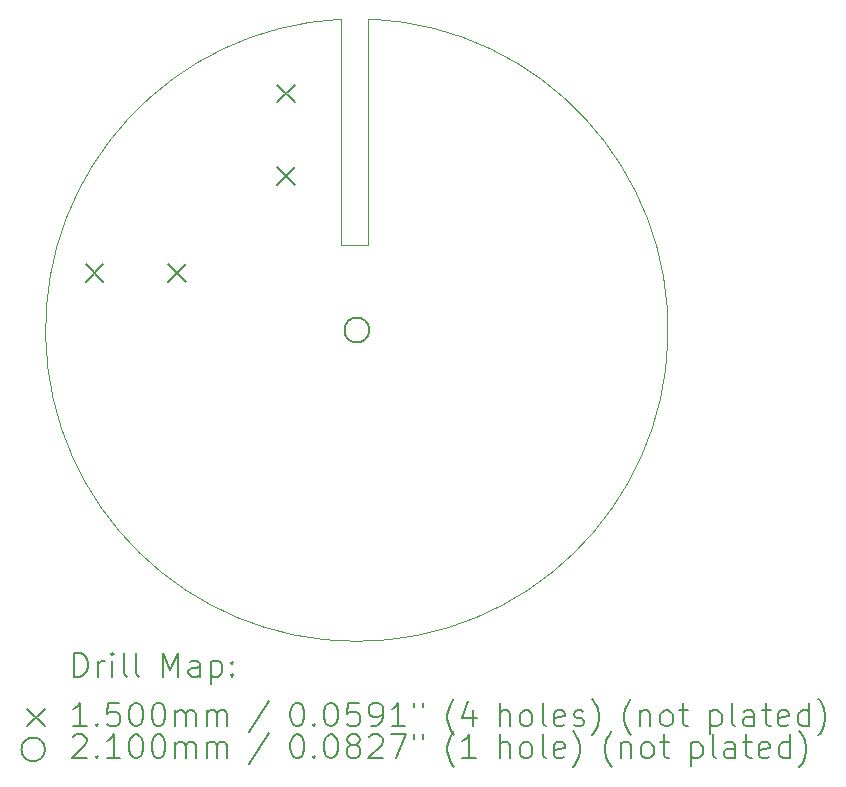
<source format=gbr>
%TF.GenerationSoftware,KiCad,Pcbnew,(7.0.0)*%
%TF.CreationDate,2023-03-27T21:22:01+02:00*%
%TF.ProjectId,220AC-mini-C3-board,32323041-432d-46d6-996e-692d43332d62,rev?*%
%TF.SameCoordinates,Original*%
%TF.FileFunction,Drillmap*%
%TF.FilePolarity,Positive*%
%FSLAX45Y45*%
G04 Gerber Fmt 4.5, Leading zero omitted, Abs format (unit mm)*
G04 Created by KiCad (PCBNEW (7.0.0)) date 2023-03-27 21:22:01*
%MOMM*%
%LPD*%
G01*
G04 APERTURE LIST*
%ADD10C,0.100000*%
%ADD11C,0.200000*%
%ADD12C,0.150000*%
%ADD13C,0.210000*%
G04 APERTURE END LIST*
D10*
X13523000Y-7818120D02*
X13523000Y-5902000D01*
X13523000Y-5902000D02*
G75*
G03*
X13788918Y-5902206I130918J-2632206D01*
G01*
X13750000Y-5902206D02*
X13750000Y-7818120D01*
X13750000Y-7818120D02*
X13523000Y-7818120D01*
X13788918Y-5902206D02*
X13750000Y-5902206D01*
D11*
D12*
X11357500Y-7975000D02*
X11507500Y-8125000D01*
X11507500Y-7975000D02*
X11357500Y-8125000D01*
X12057500Y-7975000D02*
X12207500Y-8125000D01*
X12207500Y-7975000D02*
X12057500Y-8125000D01*
X12979511Y-6457479D02*
X13129511Y-6607479D01*
X13129511Y-6457479D02*
X12979511Y-6607479D01*
X12979511Y-7157479D02*
X13129511Y-7307479D01*
X13129511Y-7157479D02*
X12979511Y-7307479D01*
D13*
X13758920Y-8534210D02*
G75*
G03*
X13758920Y-8534210I-105000J0D01*
G01*
D11*
X11261077Y-11468142D02*
X11261077Y-11268142D01*
X11261077Y-11268142D02*
X11308696Y-11268142D01*
X11308696Y-11268142D02*
X11337268Y-11277666D01*
X11337268Y-11277666D02*
X11356315Y-11296714D01*
X11356315Y-11296714D02*
X11365839Y-11315761D01*
X11365839Y-11315761D02*
X11375363Y-11353856D01*
X11375363Y-11353856D02*
X11375363Y-11382428D01*
X11375363Y-11382428D02*
X11365839Y-11420523D01*
X11365839Y-11420523D02*
X11356315Y-11439571D01*
X11356315Y-11439571D02*
X11337268Y-11458618D01*
X11337268Y-11458618D02*
X11308696Y-11468142D01*
X11308696Y-11468142D02*
X11261077Y-11468142D01*
X11461077Y-11468142D02*
X11461077Y-11334809D01*
X11461077Y-11372904D02*
X11470601Y-11353856D01*
X11470601Y-11353856D02*
X11480125Y-11344333D01*
X11480125Y-11344333D02*
X11499172Y-11334809D01*
X11499172Y-11334809D02*
X11518220Y-11334809D01*
X11584887Y-11468142D02*
X11584887Y-11334809D01*
X11584887Y-11268142D02*
X11575363Y-11277666D01*
X11575363Y-11277666D02*
X11584887Y-11287190D01*
X11584887Y-11287190D02*
X11594410Y-11277666D01*
X11594410Y-11277666D02*
X11584887Y-11268142D01*
X11584887Y-11268142D02*
X11584887Y-11287190D01*
X11708696Y-11468142D02*
X11689648Y-11458618D01*
X11689648Y-11458618D02*
X11680125Y-11439571D01*
X11680125Y-11439571D02*
X11680125Y-11268142D01*
X11813458Y-11468142D02*
X11794410Y-11458618D01*
X11794410Y-11458618D02*
X11784887Y-11439571D01*
X11784887Y-11439571D02*
X11784887Y-11268142D01*
X12009648Y-11468142D02*
X12009648Y-11268142D01*
X12009648Y-11268142D02*
X12076315Y-11410999D01*
X12076315Y-11410999D02*
X12142982Y-11268142D01*
X12142982Y-11268142D02*
X12142982Y-11468142D01*
X12323934Y-11468142D02*
X12323934Y-11363380D01*
X12323934Y-11363380D02*
X12314410Y-11344333D01*
X12314410Y-11344333D02*
X12295363Y-11334809D01*
X12295363Y-11334809D02*
X12257267Y-11334809D01*
X12257267Y-11334809D02*
X12238220Y-11344333D01*
X12323934Y-11458618D02*
X12304887Y-11468142D01*
X12304887Y-11468142D02*
X12257267Y-11468142D01*
X12257267Y-11468142D02*
X12238220Y-11458618D01*
X12238220Y-11458618D02*
X12228696Y-11439571D01*
X12228696Y-11439571D02*
X12228696Y-11420523D01*
X12228696Y-11420523D02*
X12238220Y-11401476D01*
X12238220Y-11401476D02*
X12257267Y-11391952D01*
X12257267Y-11391952D02*
X12304887Y-11391952D01*
X12304887Y-11391952D02*
X12323934Y-11382428D01*
X12419172Y-11334809D02*
X12419172Y-11534809D01*
X12419172Y-11344333D02*
X12438220Y-11334809D01*
X12438220Y-11334809D02*
X12476315Y-11334809D01*
X12476315Y-11334809D02*
X12495363Y-11344333D01*
X12495363Y-11344333D02*
X12504887Y-11353856D01*
X12504887Y-11353856D02*
X12514410Y-11372904D01*
X12514410Y-11372904D02*
X12514410Y-11430047D01*
X12514410Y-11430047D02*
X12504887Y-11449095D01*
X12504887Y-11449095D02*
X12495363Y-11458618D01*
X12495363Y-11458618D02*
X12476315Y-11468142D01*
X12476315Y-11468142D02*
X12438220Y-11468142D01*
X12438220Y-11468142D02*
X12419172Y-11458618D01*
X12600125Y-11449095D02*
X12609648Y-11458618D01*
X12609648Y-11458618D02*
X12600125Y-11468142D01*
X12600125Y-11468142D02*
X12590601Y-11458618D01*
X12590601Y-11458618D02*
X12600125Y-11449095D01*
X12600125Y-11449095D02*
X12600125Y-11468142D01*
X12600125Y-11344333D02*
X12609648Y-11353856D01*
X12609648Y-11353856D02*
X12600125Y-11363380D01*
X12600125Y-11363380D02*
X12590601Y-11353856D01*
X12590601Y-11353856D02*
X12600125Y-11344333D01*
X12600125Y-11344333D02*
X12600125Y-11363380D01*
D12*
X10863458Y-11739666D02*
X11013458Y-11889666D01*
X11013458Y-11739666D02*
X10863458Y-11889666D01*
D11*
X11365839Y-11888142D02*
X11251553Y-11888142D01*
X11308696Y-11888142D02*
X11308696Y-11688142D01*
X11308696Y-11688142D02*
X11289648Y-11716714D01*
X11289648Y-11716714D02*
X11270601Y-11735761D01*
X11270601Y-11735761D02*
X11251553Y-11745285D01*
X11451553Y-11869095D02*
X11461077Y-11878618D01*
X11461077Y-11878618D02*
X11451553Y-11888142D01*
X11451553Y-11888142D02*
X11442029Y-11878618D01*
X11442029Y-11878618D02*
X11451553Y-11869095D01*
X11451553Y-11869095D02*
X11451553Y-11888142D01*
X11642029Y-11688142D02*
X11546791Y-11688142D01*
X11546791Y-11688142D02*
X11537268Y-11783380D01*
X11537268Y-11783380D02*
X11546791Y-11773856D01*
X11546791Y-11773856D02*
X11565839Y-11764333D01*
X11565839Y-11764333D02*
X11613458Y-11764333D01*
X11613458Y-11764333D02*
X11632506Y-11773856D01*
X11632506Y-11773856D02*
X11642029Y-11783380D01*
X11642029Y-11783380D02*
X11651553Y-11802428D01*
X11651553Y-11802428D02*
X11651553Y-11850047D01*
X11651553Y-11850047D02*
X11642029Y-11869095D01*
X11642029Y-11869095D02*
X11632506Y-11878618D01*
X11632506Y-11878618D02*
X11613458Y-11888142D01*
X11613458Y-11888142D02*
X11565839Y-11888142D01*
X11565839Y-11888142D02*
X11546791Y-11878618D01*
X11546791Y-11878618D02*
X11537268Y-11869095D01*
X11775363Y-11688142D02*
X11794410Y-11688142D01*
X11794410Y-11688142D02*
X11813458Y-11697666D01*
X11813458Y-11697666D02*
X11822982Y-11707190D01*
X11822982Y-11707190D02*
X11832506Y-11726237D01*
X11832506Y-11726237D02*
X11842029Y-11764333D01*
X11842029Y-11764333D02*
X11842029Y-11811952D01*
X11842029Y-11811952D02*
X11832506Y-11850047D01*
X11832506Y-11850047D02*
X11822982Y-11869095D01*
X11822982Y-11869095D02*
X11813458Y-11878618D01*
X11813458Y-11878618D02*
X11794410Y-11888142D01*
X11794410Y-11888142D02*
X11775363Y-11888142D01*
X11775363Y-11888142D02*
X11756315Y-11878618D01*
X11756315Y-11878618D02*
X11746791Y-11869095D01*
X11746791Y-11869095D02*
X11737268Y-11850047D01*
X11737268Y-11850047D02*
X11727744Y-11811952D01*
X11727744Y-11811952D02*
X11727744Y-11764333D01*
X11727744Y-11764333D02*
X11737268Y-11726237D01*
X11737268Y-11726237D02*
X11746791Y-11707190D01*
X11746791Y-11707190D02*
X11756315Y-11697666D01*
X11756315Y-11697666D02*
X11775363Y-11688142D01*
X11965839Y-11688142D02*
X11984887Y-11688142D01*
X11984887Y-11688142D02*
X12003934Y-11697666D01*
X12003934Y-11697666D02*
X12013458Y-11707190D01*
X12013458Y-11707190D02*
X12022982Y-11726237D01*
X12022982Y-11726237D02*
X12032506Y-11764333D01*
X12032506Y-11764333D02*
X12032506Y-11811952D01*
X12032506Y-11811952D02*
X12022982Y-11850047D01*
X12022982Y-11850047D02*
X12013458Y-11869095D01*
X12013458Y-11869095D02*
X12003934Y-11878618D01*
X12003934Y-11878618D02*
X11984887Y-11888142D01*
X11984887Y-11888142D02*
X11965839Y-11888142D01*
X11965839Y-11888142D02*
X11946791Y-11878618D01*
X11946791Y-11878618D02*
X11937268Y-11869095D01*
X11937268Y-11869095D02*
X11927744Y-11850047D01*
X11927744Y-11850047D02*
X11918220Y-11811952D01*
X11918220Y-11811952D02*
X11918220Y-11764333D01*
X11918220Y-11764333D02*
X11927744Y-11726237D01*
X11927744Y-11726237D02*
X11937268Y-11707190D01*
X11937268Y-11707190D02*
X11946791Y-11697666D01*
X11946791Y-11697666D02*
X11965839Y-11688142D01*
X12118220Y-11888142D02*
X12118220Y-11754809D01*
X12118220Y-11773856D02*
X12127744Y-11764333D01*
X12127744Y-11764333D02*
X12146791Y-11754809D01*
X12146791Y-11754809D02*
X12175363Y-11754809D01*
X12175363Y-11754809D02*
X12194410Y-11764333D01*
X12194410Y-11764333D02*
X12203934Y-11783380D01*
X12203934Y-11783380D02*
X12203934Y-11888142D01*
X12203934Y-11783380D02*
X12213458Y-11764333D01*
X12213458Y-11764333D02*
X12232506Y-11754809D01*
X12232506Y-11754809D02*
X12261077Y-11754809D01*
X12261077Y-11754809D02*
X12280125Y-11764333D01*
X12280125Y-11764333D02*
X12289649Y-11783380D01*
X12289649Y-11783380D02*
X12289649Y-11888142D01*
X12384887Y-11888142D02*
X12384887Y-11754809D01*
X12384887Y-11773856D02*
X12394410Y-11764333D01*
X12394410Y-11764333D02*
X12413458Y-11754809D01*
X12413458Y-11754809D02*
X12442030Y-11754809D01*
X12442030Y-11754809D02*
X12461077Y-11764333D01*
X12461077Y-11764333D02*
X12470601Y-11783380D01*
X12470601Y-11783380D02*
X12470601Y-11888142D01*
X12470601Y-11783380D02*
X12480125Y-11764333D01*
X12480125Y-11764333D02*
X12499172Y-11754809D01*
X12499172Y-11754809D02*
X12527744Y-11754809D01*
X12527744Y-11754809D02*
X12546791Y-11764333D01*
X12546791Y-11764333D02*
X12556315Y-11783380D01*
X12556315Y-11783380D02*
X12556315Y-11888142D01*
X12914410Y-11678618D02*
X12742982Y-11935761D01*
X13139172Y-11688142D02*
X13158220Y-11688142D01*
X13158220Y-11688142D02*
X13177268Y-11697666D01*
X13177268Y-11697666D02*
X13186791Y-11707190D01*
X13186791Y-11707190D02*
X13196315Y-11726237D01*
X13196315Y-11726237D02*
X13205839Y-11764333D01*
X13205839Y-11764333D02*
X13205839Y-11811952D01*
X13205839Y-11811952D02*
X13196315Y-11850047D01*
X13196315Y-11850047D02*
X13186791Y-11869095D01*
X13186791Y-11869095D02*
X13177268Y-11878618D01*
X13177268Y-11878618D02*
X13158220Y-11888142D01*
X13158220Y-11888142D02*
X13139172Y-11888142D01*
X13139172Y-11888142D02*
X13120125Y-11878618D01*
X13120125Y-11878618D02*
X13110601Y-11869095D01*
X13110601Y-11869095D02*
X13101077Y-11850047D01*
X13101077Y-11850047D02*
X13091553Y-11811952D01*
X13091553Y-11811952D02*
X13091553Y-11764333D01*
X13091553Y-11764333D02*
X13101077Y-11726237D01*
X13101077Y-11726237D02*
X13110601Y-11707190D01*
X13110601Y-11707190D02*
X13120125Y-11697666D01*
X13120125Y-11697666D02*
X13139172Y-11688142D01*
X13291553Y-11869095D02*
X13301077Y-11878618D01*
X13301077Y-11878618D02*
X13291553Y-11888142D01*
X13291553Y-11888142D02*
X13282030Y-11878618D01*
X13282030Y-11878618D02*
X13291553Y-11869095D01*
X13291553Y-11869095D02*
X13291553Y-11888142D01*
X13424887Y-11688142D02*
X13443934Y-11688142D01*
X13443934Y-11688142D02*
X13462982Y-11697666D01*
X13462982Y-11697666D02*
X13472506Y-11707190D01*
X13472506Y-11707190D02*
X13482030Y-11726237D01*
X13482030Y-11726237D02*
X13491553Y-11764333D01*
X13491553Y-11764333D02*
X13491553Y-11811952D01*
X13491553Y-11811952D02*
X13482030Y-11850047D01*
X13482030Y-11850047D02*
X13472506Y-11869095D01*
X13472506Y-11869095D02*
X13462982Y-11878618D01*
X13462982Y-11878618D02*
X13443934Y-11888142D01*
X13443934Y-11888142D02*
X13424887Y-11888142D01*
X13424887Y-11888142D02*
X13405839Y-11878618D01*
X13405839Y-11878618D02*
X13396315Y-11869095D01*
X13396315Y-11869095D02*
X13386791Y-11850047D01*
X13386791Y-11850047D02*
X13377268Y-11811952D01*
X13377268Y-11811952D02*
X13377268Y-11764333D01*
X13377268Y-11764333D02*
X13386791Y-11726237D01*
X13386791Y-11726237D02*
X13396315Y-11707190D01*
X13396315Y-11707190D02*
X13405839Y-11697666D01*
X13405839Y-11697666D02*
X13424887Y-11688142D01*
X13672506Y-11688142D02*
X13577268Y-11688142D01*
X13577268Y-11688142D02*
X13567744Y-11783380D01*
X13567744Y-11783380D02*
X13577268Y-11773856D01*
X13577268Y-11773856D02*
X13596315Y-11764333D01*
X13596315Y-11764333D02*
X13643934Y-11764333D01*
X13643934Y-11764333D02*
X13662982Y-11773856D01*
X13662982Y-11773856D02*
X13672506Y-11783380D01*
X13672506Y-11783380D02*
X13682030Y-11802428D01*
X13682030Y-11802428D02*
X13682030Y-11850047D01*
X13682030Y-11850047D02*
X13672506Y-11869095D01*
X13672506Y-11869095D02*
X13662982Y-11878618D01*
X13662982Y-11878618D02*
X13643934Y-11888142D01*
X13643934Y-11888142D02*
X13596315Y-11888142D01*
X13596315Y-11888142D02*
X13577268Y-11878618D01*
X13577268Y-11878618D02*
X13567744Y-11869095D01*
X13777268Y-11888142D02*
X13815363Y-11888142D01*
X13815363Y-11888142D02*
X13834411Y-11878618D01*
X13834411Y-11878618D02*
X13843934Y-11869095D01*
X13843934Y-11869095D02*
X13862982Y-11840523D01*
X13862982Y-11840523D02*
X13872506Y-11802428D01*
X13872506Y-11802428D02*
X13872506Y-11726237D01*
X13872506Y-11726237D02*
X13862982Y-11707190D01*
X13862982Y-11707190D02*
X13853458Y-11697666D01*
X13853458Y-11697666D02*
X13834411Y-11688142D01*
X13834411Y-11688142D02*
X13796315Y-11688142D01*
X13796315Y-11688142D02*
X13777268Y-11697666D01*
X13777268Y-11697666D02*
X13767744Y-11707190D01*
X13767744Y-11707190D02*
X13758220Y-11726237D01*
X13758220Y-11726237D02*
X13758220Y-11773856D01*
X13758220Y-11773856D02*
X13767744Y-11792904D01*
X13767744Y-11792904D02*
X13777268Y-11802428D01*
X13777268Y-11802428D02*
X13796315Y-11811952D01*
X13796315Y-11811952D02*
X13834411Y-11811952D01*
X13834411Y-11811952D02*
X13853458Y-11802428D01*
X13853458Y-11802428D02*
X13862982Y-11792904D01*
X13862982Y-11792904D02*
X13872506Y-11773856D01*
X14062982Y-11888142D02*
X13948696Y-11888142D01*
X14005839Y-11888142D02*
X14005839Y-11688142D01*
X14005839Y-11688142D02*
X13986791Y-11716714D01*
X13986791Y-11716714D02*
X13967744Y-11735761D01*
X13967744Y-11735761D02*
X13948696Y-11745285D01*
X14139172Y-11688142D02*
X14139172Y-11726237D01*
X14215363Y-11688142D02*
X14215363Y-11726237D01*
X14478220Y-11964333D02*
X14468696Y-11954809D01*
X14468696Y-11954809D02*
X14449649Y-11926237D01*
X14449649Y-11926237D02*
X14440125Y-11907190D01*
X14440125Y-11907190D02*
X14430601Y-11878618D01*
X14430601Y-11878618D02*
X14421077Y-11830999D01*
X14421077Y-11830999D02*
X14421077Y-11792904D01*
X14421077Y-11792904D02*
X14430601Y-11745285D01*
X14430601Y-11745285D02*
X14440125Y-11716714D01*
X14440125Y-11716714D02*
X14449649Y-11697666D01*
X14449649Y-11697666D02*
X14468696Y-11669095D01*
X14468696Y-11669095D02*
X14478220Y-11659571D01*
X14640125Y-11754809D02*
X14640125Y-11888142D01*
X14592506Y-11678618D02*
X14544887Y-11821476D01*
X14544887Y-11821476D02*
X14668696Y-11821476D01*
X14864887Y-11888142D02*
X14864887Y-11688142D01*
X14950601Y-11888142D02*
X14950601Y-11783380D01*
X14950601Y-11783380D02*
X14941077Y-11764333D01*
X14941077Y-11764333D02*
X14922030Y-11754809D01*
X14922030Y-11754809D02*
X14893458Y-11754809D01*
X14893458Y-11754809D02*
X14874411Y-11764333D01*
X14874411Y-11764333D02*
X14864887Y-11773856D01*
X15074411Y-11888142D02*
X15055363Y-11878618D01*
X15055363Y-11878618D02*
X15045839Y-11869095D01*
X15045839Y-11869095D02*
X15036315Y-11850047D01*
X15036315Y-11850047D02*
X15036315Y-11792904D01*
X15036315Y-11792904D02*
X15045839Y-11773856D01*
X15045839Y-11773856D02*
X15055363Y-11764333D01*
X15055363Y-11764333D02*
X15074411Y-11754809D01*
X15074411Y-11754809D02*
X15102982Y-11754809D01*
X15102982Y-11754809D02*
X15122030Y-11764333D01*
X15122030Y-11764333D02*
X15131553Y-11773856D01*
X15131553Y-11773856D02*
X15141077Y-11792904D01*
X15141077Y-11792904D02*
X15141077Y-11850047D01*
X15141077Y-11850047D02*
X15131553Y-11869095D01*
X15131553Y-11869095D02*
X15122030Y-11878618D01*
X15122030Y-11878618D02*
X15102982Y-11888142D01*
X15102982Y-11888142D02*
X15074411Y-11888142D01*
X15255363Y-11888142D02*
X15236315Y-11878618D01*
X15236315Y-11878618D02*
X15226792Y-11859571D01*
X15226792Y-11859571D02*
X15226792Y-11688142D01*
X15407744Y-11878618D02*
X15388696Y-11888142D01*
X15388696Y-11888142D02*
X15350601Y-11888142D01*
X15350601Y-11888142D02*
X15331553Y-11878618D01*
X15331553Y-11878618D02*
X15322030Y-11859571D01*
X15322030Y-11859571D02*
X15322030Y-11783380D01*
X15322030Y-11783380D02*
X15331553Y-11764333D01*
X15331553Y-11764333D02*
X15350601Y-11754809D01*
X15350601Y-11754809D02*
X15388696Y-11754809D01*
X15388696Y-11754809D02*
X15407744Y-11764333D01*
X15407744Y-11764333D02*
X15417268Y-11783380D01*
X15417268Y-11783380D02*
X15417268Y-11802428D01*
X15417268Y-11802428D02*
X15322030Y-11821476D01*
X15493458Y-11878618D02*
X15512506Y-11888142D01*
X15512506Y-11888142D02*
X15550601Y-11888142D01*
X15550601Y-11888142D02*
X15569649Y-11878618D01*
X15569649Y-11878618D02*
X15579173Y-11859571D01*
X15579173Y-11859571D02*
X15579173Y-11850047D01*
X15579173Y-11850047D02*
X15569649Y-11830999D01*
X15569649Y-11830999D02*
X15550601Y-11821476D01*
X15550601Y-11821476D02*
X15522030Y-11821476D01*
X15522030Y-11821476D02*
X15502982Y-11811952D01*
X15502982Y-11811952D02*
X15493458Y-11792904D01*
X15493458Y-11792904D02*
X15493458Y-11783380D01*
X15493458Y-11783380D02*
X15502982Y-11764333D01*
X15502982Y-11764333D02*
X15522030Y-11754809D01*
X15522030Y-11754809D02*
X15550601Y-11754809D01*
X15550601Y-11754809D02*
X15569649Y-11764333D01*
X15645839Y-11964333D02*
X15655363Y-11954809D01*
X15655363Y-11954809D02*
X15674411Y-11926237D01*
X15674411Y-11926237D02*
X15683934Y-11907190D01*
X15683934Y-11907190D02*
X15693458Y-11878618D01*
X15693458Y-11878618D02*
X15702982Y-11830999D01*
X15702982Y-11830999D02*
X15702982Y-11792904D01*
X15702982Y-11792904D02*
X15693458Y-11745285D01*
X15693458Y-11745285D02*
X15683934Y-11716714D01*
X15683934Y-11716714D02*
X15674411Y-11697666D01*
X15674411Y-11697666D02*
X15655363Y-11669095D01*
X15655363Y-11669095D02*
X15645839Y-11659571D01*
X15975363Y-11964333D02*
X15965839Y-11954809D01*
X15965839Y-11954809D02*
X15946792Y-11926237D01*
X15946792Y-11926237D02*
X15937268Y-11907190D01*
X15937268Y-11907190D02*
X15927744Y-11878618D01*
X15927744Y-11878618D02*
X15918220Y-11830999D01*
X15918220Y-11830999D02*
X15918220Y-11792904D01*
X15918220Y-11792904D02*
X15927744Y-11745285D01*
X15927744Y-11745285D02*
X15937268Y-11716714D01*
X15937268Y-11716714D02*
X15946792Y-11697666D01*
X15946792Y-11697666D02*
X15965839Y-11669095D01*
X15965839Y-11669095D02*
X15975363Y-11659571D01*
X16051553Y-11754809D02*
X16051553Y-11888142D01*
X16051553Y-11773856D02*
X16061077Y-11764333D01*
X16061077Y-11764333D02*
X16080125Y-11754809D01*
X16080125Y-11754809D02*
X16108696Y-11754809D01*
X16108696Y-11754809D02*
X16127744Y-11764333D01*
X16127744Y-11764333D02*
X16137268Y-11783380D01*
X16137268Y-11783380D02*
X16137268Y-11888142D01*
X16261077Y-11888142D02*
X16242030Y-11878618D01*
X16242030Y-11878618D02*
X16232506Y-11869095D01*
X16232506Y-11869095D02*
X16222982Y-11850047D01*
X16222982Y-11850047D02*
X16222982Y-11792904D01*
X16222982Y-11792904D02*
X16232506Y-11773856D01*
X16232506Y-11773856D02*
X16242030Y-11764333D01*
X16242030Y-11764333D02*
X16261077Y-11754809D01*
X16261077Y-11754809D02*
X16289649Y-11754809D01*
X16289649Y-11754809D02*
X16308696Y-11764333D01*
X16308696Y-11764333D02*
X16318220Y-11773856D01*
X16318220Y-11773856D02*
X16327744Y-11792904D01*
X16327744Y-11792904D02*
X16327744Y-11850047D01*
X16327744Y-11850047D02*
X16318220Y-11869095D01*
X16318220Y-11869095D02*
X16308696Y-11878618D01*
X16308696Y-11878618D02*
X16289649Y-11888142D01*
X16289649Y-11888142D02*
X16261077Y-11888142D01*
X16384887Y-11754809D02*
X16461077Y-11754809D01*
X16413458Y-11688142D02*
X16413458Y-11859571D01*
X16413458Y-11859571D02*
X16422982Y-11878618D01*
X16422982Y-11878618D02*
X16442030Y-11888142D01*
X16442030Y-11888142D02*
X16461077Y-11888142D01*
X16647744Y-11754809D02*
X16647744Y-11954809D01*
X16647744Y-11764333D02*
X16666792Y-11754809D01*
X16666792Y-11754809D02*
X16704887Y-11754809D01*
X16704887Y-11754809D02*
X16723934Y-11764333D01*
X16723934Y-11764333D02*
X16733458Y-11773856D01*
X16733458Y-11773856D02*
X16742982Y-11792904D01*
X16742982Y-11792904D02*
X16742982Y-11850047D01*
X16742982Y-11850047D02*
X16733458Y-11869095D01*
X16733458Y-11869095D02*
X16723934Y-11878618D01*
X16723934Y-11878618D02*
X16704887Y-11888142D01*
X16704887Y-11888142D02*
X16666792Y-11888142D01*
X16666792Y-11888142D02*
X16647744Y-11878618D01*
X16857268Y-11888142D02*
X16838220Y-11878618D01*
X16838220Y-11878618D02*
X16828696Y-11859571D01*
X16828696Y-11859571D02*
X16828696Y-11688142D01*
X17019173Y-11888142D02*
X17019173Y-11783380D01*
X17019173Y-11783380D02*
X17009649Y-11764333D01*
X17009649Y-11764333D02*
X16990601Y-11754809D01*
X16990601Y-11754809D02*
X16952506Y-11754809D01*
X16952506Y-11754809D02*
X16933458Y-11764333D01*
X17019173Y-11878618D02*
X17000125Y-11888142D01*
X17000125Y-11888142D02*
X16952506Y-11888142D01*
X16952506Y-11888142D02*
X16933458Y-11878618D01*
X16933458Y-11878618D02*
X16923935Y-11859571D01*
X16923935Y-11859571D02*
X16923935Y-11840523D01*
X16923935Y-11840523D02*
X16933458Y-11821476D01*
X16933458Y-11821476D02*
X16952506Y-11811952D01*
X16952506Y-11811952D02*
X17000125Y-11811952D01*
X17000125Y-11811952D02*
X17019173Y-11802428D01*
X17085839Y-11754809D02*
X17162030Y-11754809D01*
X17114411Y-11688142D02*
X17114411Y-11859571D01*
X17114411Y-11859571D02*
X17123935Y-11878618D01*
X17123935Y-11878618D02*
X17142982Y-11888142D01*
X17142982Y-11888142D02*
X17162030Y-11888142D01*
X17304887Y-11878618D02*
X17285839Y-11888142D01*
X17285839Y-11888142D02*
X17247744Y-11888142D01*
X17247744Y-11888142D02*
X17228696Y-11878618D01*
X17228696Y-11878618D02*
X17219173Y-11859571D01*
X17219173Y-11859571D02*
X17219173Y-11783380D01*
X17219173Y-11783380D02*
X17228696Y-11764333D01*
X17228696Y-11764333D02*
X17247744Y-11754809D01*
X17247744Y-11754809D02*
X17285839Y-11754809D01*
X17285839Y-11754809D02*
X17304887Y-11764333D01*
X17304887Y-11764333D02*
X17314411Y-11783380D01*
X17314411Y-11783380D02*
X17314411Y-11802428D01*
X17314411Y-11802428D02*
X17219173Y-11821476D01*
X17485839Y-11888142D02*
X17485839Y-11688142D01*
X17485839Y-11878618D02*
X17466792Y-11888142D01*
X17466792Y-11888142D02*
X17428696Y-11888142D01*
X17428696Y-11888142D02*
X17409649Y-11878618D01*
X17409649Y-11878618D02*
X17400125Y-11869095D01*
X17400125Y-11869095D02*
X17390601Y-11850047D01*
X17390601Y-11850047D02*
X17390601Y-11792904D01*
X17390601Y-11792904D02*
X17400125Y-11773856D01*
X17400125Y-11773856D02*
X17409649Y-11764333D01*
X17409649Y-11764333D02*
X17428696Y-11754809D01*
X17428696Y-11754809D02*
X17466792Y-11754809D01*
X17466792Y-11754809D02*
X17485839Y-11764333D01*
X17562030Y-11964333D02*
X17571554Y-11954809D01*
X17571554Y-11954809D02*
X17590601Y-11926237D01*
X17590601Y-11926237D02*
X17600125Y-11907190D01*
X17600125Y-11907190D02*
X17609649Y-11878618D01*
X17609649Y-11878618D02*
X17619173Y-11830999D01*
X17619173Y-11830999D02*
X17619173Y-11792904D01*
X17619173Y-11792904D02*
X17609649Y-11745285D01*
X17609649Y-11745285D02*
X17600125Y-11716714D01*
X17600125Y-11716714D02*
X17590601Y-11697666D01*
X17590601Y-11697666D02*
X17571554Y-11669095D01*
X17571554Y-11669095D02*
X17562030Y-11659571D01*
X11013458Y-12084666D02*
G75*
G03*
X11013458Y-12084666I-100000J0D01*
G01*
X11251553Y-11977190D02*
X11261077Y-11967666D01*
X11261077Y-11967666D02*
X11280125Y-11958142D01*
X11280125Y-11958142D02*
X11327744Y-11958142D01*
X11327744Y-11958142D02*
X11346791Y-11967666D01*
X11346791Y-11967666D02*
X11356315Y-11977190D01*
X11356315Y-11977190D02*
X11365839Y-11996237D01*
X11365839Y-11996237D02*
X11365839Y-12015285D01*
X11365839Y-12015285D02*
X11356315Y-12043856D01*
X11356315Y-12043856D02*
X11242029Y-12158142D01*
X11242029Y-12158142D02*
X11365839Y-12158142D01*
X11451553Y-12139095D02*
X11461077Y-12148618D01*
X11461077Y-12148618D02*
X11451553Y-12158142D01*
X11451553Y-12158142D02*
X11442029Y-12148618D01*
X11442029Y-12148618D02*
X11451553Y-12139095D01*
X11451553Y-12139095D02*
X11451553Y-12158142D01*
X11651553Y-12158142D02*
X11537268Y-12158142D01*
X11594410Y-12158142D02*
X11594410Y-11958142D01*
X11594410Y-11958142D02*
X11575363Y-11986714D01*
X11575363Y-11986714D02*
X11556315Y-12005761D01*
X11556315Y-12005761D02*
X11537268Y-12015285D01*
X11775363Y-11958142D02*
X11794410Y-11958142D01*
X11794410Y-11958142D02*
X11813458Y-11967666D01*
X11813458Y-11967666D02*
X11822982Y-11977190D01*
X11822982Y-11977190D02*
X11832506Y-11996237D01*
X11832506Y-11996237D02*
X11842029Y-12034333D01*
X11842029Y-12034333D02*
X11842029Y-12081952D01*
X11842029Y-12081952D02*
X11832506Y-12120047D01*
X11832506Y-12120047D02*
X11822982Y-12139095D01*
X11822982Y-12139095D02*
X11813458Y-12148618D01*
X11813458Y-12148618D02*
X11794410Y-12158142D01*
X11794410Y-12158142D02*
X11775363Y-12158142D01*
X11775363Y-12158142D02*
X11756315Y-12148618D01*
X11756315Y-12148618D02*
X11746791Y-12139095D01*
X11746791Y-12139095D02*
X11737268Y-12120047D01*
X11737268Y-12120047D02*
X11727744Y-12081952D01*
X11727744Y-12081952D02*
X11727744Y-12034333D01*
X11727744Y-12034333D02*
X11737268Y-11996237D01*
X11737268Y-11996237D02*
X11746791Y-11977190D01*
X11746791Y-11977190D02*
X11756315Y-11967666D01*
X11756315Y-11967666D02*
X11775363Y-11958142D01*
X11965839Y-11958142D02*
X11984887Y-11958142D01*
X11984887Y-11958142D02*
X12003934Y-11967666D01*
X12003934Y-11967666D02*
X12013458Y-11977190D01*
X12013458Y-11977190D02*
X12022982Y-11996237D01*
X12022982Y-11996237D02*
X12032506Y-12034333D01*
X12032506Y-12034333D02*
X12032506Y-12081952D01*
X12032506Y-12081952D02*
X12022982Y-12120047D01*
X12022982Y-12120047D02*
X12013458Y-12139095D01*
X12013458Y-12139095D02*
X12003934Y-12148618D01*
X12003934Y-12148618D02*
X11984887Y-12158142D01*
X11984887Y-12158142D02*
X11965839Y-12158142D01*
X11965839Y-12158142D02*
X11946791Y-12148618D01*
X11946791Y-12148618D02*
X11937268Y-12139095D01*
X11937268Y-12139095D02*
X11927744Y-12120047D01*
X11927744Y-12120047D02*
X11918220Y-12081952D01*
X11918220Y-12081952D02*
X11918220Y-12034333D01*
X11918220Y-12034333D02*
X11927744Y-11996237D01*
X11927744Y-11996237D02*
X11937268Y-11977190D01*
X11937268Y-11977190D02*
X11946791Y-11967666D01*
X11946791Y-11967666D02*
X11965839Y-11958142D01*
X12118220Y-12158142D02*
X12118220Y-12024809D01*
X12118220Y-12043856D02*
X12127744Y-12034333D01*
X12127744Y-12034333D02*
X12146791Y-12024809D01*
X12146791Y-12024809D02*
X12175363Y-12024809D01*
X12175363Y-12024809D02*
X12194410Y-12034333D01*
X12194410Y-12034333D02*
X12203934Y-12053380D01*
X12203934Y-12053380D02*
X12203934Y-12158142D01*
X12203934Y-12053380D02*
X12213458Y-12034333D01*
X12213458Y-12034333D02*
X12232506Y-12024809D01*
X12232506Y-12024809D02*
X12261077Y-12024809D01*
X12261077Y-12024809D02*
X12280125Y-12034333D01*
X12280125Y-12034333D02*
X12289649Y-12053380D01*
X12289649Y-12053380D02*
X12289649Y-12158142D01*
X12384887Y-12158142D02*
X12384887Y-12024809D01*
X12384887Y-12043856D02*
X12394410Y-12034333D01*
X12394410Y-12034333D02*
X12413458Y-12024809D01*
X12413458Y-12024809D02*
X12442030Y-12024809D01*
X12442030Y-12024809D02*
X12461077Y-12034333D01*
X12461077Y-12034333D02*
X12470601Y-12053380D01*
X12470601Y-12053380D02*
X12470601Y-12158142D01*
X12470601Y-12053380D02*
X12480125Y-12034333D01*
X12480125Y-12034333D02*
X12499172Y-12024809D01*
X12499172Y-12024809D02*
X12527744Y-12024809D01*
X12527744Y-12024809D02*
X12546791Y-12034333D01*
X12546791Y-12034333D02*
X12556315Y-12053380D01*
X12556315Y-12053380D02*
X12556315Y-12158142D01*
X12914410Y-11948618D02*
X12742982Y-12205761D01*
X13139172Y-11958142D02*
X13158220Y-11958142D01*
X13158220Y-11958142D02*
X13177268Y-11967666D01*
X13177268Y-11967666D02*
X13186791Y-11977190D01*
X13186791Y-11977190D02*
X13196315Y-11996237D01*
X13196315Y-11996237D02*
X13205839Y-12034333D01*
X13205839Y-12034333D02*
X13205839Y-12081952D01*
X13205839Y-12081952D02*
X13196315Y-12120047D01*
X13196315Y-12120047D02*
X13186791Y-12139095D01*
X13186791Y-12139095D02*
X13177268Y-12148618D01*
X13177268Y-12148618D02*
X13158220Y-12158142D01*
X13158220Y-12158142D02*
X13139172Y-12158142D01*
X13139172Y-12158142D02*
X13120125Y-12148618D01*
X13120125Y-12148618D02*
X13110601Y-12139095D01*
X13110601Y-12139095D02*
X13101077Y-12120047D01*
X13101077Y-12120047D02*
X13091553Y-12081952D01*
X13091553Y-12081952D02*
X13091553Y-12034333D01*
X13091553Y-12034333D02*
X13101077Y-11996237D01*
X13101077Y-11996237D02*
X13110601Y-11977190D01*
X13110601Y-11977190D02*
X13120125Y-11967666D01*
X13120125Y-11967666D02*
X13139172Y-11958142D01*
X13291553Y-12139095D02*
X13301077Y-12148618D01*
X13301077Y-12148618D02*
X13291553Y-12158142D01*
X13291553Y-12158142D02*
X13282030Y-12148618D01*
X13282030Y-12148618D02*
X13291553Y-12139095D01*
X13291553Y-12139095D02*
X13291553Y-12158142D01*
X13424887Y-11958142D02*
X13443934Y-11958142D01*
X13443934Y-11958142D02*
X13462982Y-11967666D01*
X13462982Y-11967666D02*
X13472506Y-11977190D01*
X13472506Y-11977190D02*
X13482030Y-11996237D01*
X13482030Y-11996237D02*
X13491553Y-12034333D01*
X13491553Y-12034333D02*
X13491553Y-12081952D01*
X13491553Y-12081952D02*
X13482030Y-12120047D01*
X13482030Y-12120047D02*
X13472506Y-12139095D01*
X13472506Y-12139095D02*
X13462982Y-12148618D01*
X13462982Y-12148618D02*
X13443934Y-12158142D01*
X13443934Y-12158142D02*
X13424887Y-12158142D01*
X13424887Y-12158142D02*
X13405839Y-12148618D01*
X13405839Y-12148618D02*
X13396315Y-12139095D01*
X13396315Y-12139095D02*
X13386791Y-12120047D01*
X13386791Y-12120047D02*
X13377268Y-12081952D01*
X13377268Y-12081952D02*
X13377268Y-12034333D01*
X13377268Y-12034333D02*
X13386791Y-11996237D01*
X13386791Y-11996237D02*
X13396315Y-11977190D01*
X13396315Y-11977190D02*
X13405839Y-11967666D01*
X13405839Y-11967666D02*
X13424887Y-11958142D01*
X13605839Y-12043856D02*
X13586791Y-12034333D01*
X13586791Y-12034333D02*
X13577268Y-12024809D01*
X13577268Y-12024809D02*
X13567744Y-12005761D01*
X13567744Y-12005761D02*
X13567744Y-11996237D01*
X13567744Y-11996237D02*
X13577268Y-11977190D01*
X13577268Y-11977190D02*
X13586791Y-11967666D01*
X13586791Y-11967666D02*
X13605839Y-11958142D01*
X13605839Y-11958142D02*
X13643934Y-11958142D01*
X13643934Y-11958142D02*
X13662982Y-11967666D01*
X13662982Y-11967666D02*
X13672506Y-11977190D01*
X13672506Y-11977190D02*
X13682030Y-11996237D01*
X13682030Y-11996237D02*
X13682030Y-12005761D01*
X13682030Y-12005761D02*
X13672506Y-12024809D01*
X13672506Y-12024809D02*
X13662982Y-12034333D01*
X13662982Y-12034333D02*
X13643934Y-12043856D01*
X13643934Y-12043856D02*
X13605839Y-12043856D01*
X13605839Y-12043856D02*
X13586791Y-12053380D01*
X13586791Y-12053380D02*
X13577268Y-12062904D01*
X13577268Y-12062904D02*
X13567744Y-12081952D01*
X13567744Y-12081952D02*
X13567744Y-12120047D01*
X13567744Y-12120047D02*
X13577268Y-12139095D01*
X13577268Y-12139095D02*
X13586791Y-12148618D01*
X13586791Y-12148618D02*
X13605839Y-12158142D01*
X13605839Y-12158142D02*
X13643934Y-12158142D01*
X13643934Y-12158142D02*
X13662982Y-12148618D01*
X13662982Y-12148618D02*
X13672506Y-12139095D01*
X13672506Y-12139095D02*
X13682030Y-12120047D01*
X13682030Y-12120047D02*
X13682030Y-12081952D01*
X13682030Y-12081952D02*
X13672506Y-12062904D01*
X13672506Y-12062904D02*
X13662982Y-12053380D01*
X13662982Y-12053380D02*
X13643934Y-12043856D01*
X13758220Y-11977190D02*
X13767744Y-11967666D01*
X13767744Y-11967666D02*
X13786791Y-11958142D01*
X13786791Y-11958142D02*
X13834411Y-11958142D01*
X13834411Y-11958142D02*
X13853458Y-11967666D01*
X13853458Y-11967666D02*
X13862982Y-11977190D01*
X13862982Y-11977190D02*
X13872506Y-11996237D01*
X13872506Y-11996237D02*
X13872506Y-12015285D01*
X13872506Y-12015285D02*
X13862982Y-12043856D01*
X13862982Y-12043856D02*
X13748696Y-12158142D01*
X13748696Y-12158142D02*
X13872506Y-12158142D01*
X13939172Y-11958142D02*
X14072506Y-11958142D01*
X14072506Y-11958142D02*
X13986791Y-12158142D01*
X14139172Y-11958142D02*
X14139172Y-11996237D01*
X14215363Y-11958142D02*
X14215363Y-11996237D01*
X14478220Y-12234333D02*
X14468696Y-12224809D01*
X14468696Y-12224809D02*
X14449649Y-12196237D01*
X14449649Y-12196237D02*
X14440125Y-12177190D01*
X14440125Y-12177190D02*
X14430601Y-12148618D01*
X14430601Y-12148618D02*
X14421077Y-12100999D01*
X14421077Y-12100999D02*
X14421077Y-12062904D01*
X14421077Y-12062904D02*
X14430601Y-12015285D01*
X14430601Y-12015285D02*
X14440125Y-11986714D01*
X14440125Y-11986714D02*
X14449649Y-11967666D01*
X14449649Y-11967666D02*
X14468696Y-11939095D01*
X14468696Y-11939095D02*
X14478220Y-11929571D01*
X14659172Y-12158142D02*
X14544887Y-12158142D01*
X14602030Y-12158142D02*
X14602030Y-11958142D01*
X14602030Y-11958142D02*
X14582982Y-11986714D01*
X14582982Y-11986714D02*
X14563934Y-12005761D01*
X14563934Y-12005761D02*
X14544887Y-12015285D01*
X14864887Y-12158142D02*
X14864887Y-11958142D01*
X14950601Y-12158142D02*
X14950601Y-12053380D01*
X14950601Y-12053380D02*
X14941077Y-12034333D01*
X14941077Y-12034333D02*
X14922030Y-12024809D01*
X14922030Y-12024809D02*
X14893458Y-12024809D01*
X14893458Y-12024809D02*
X14874411Y-12034333D01*
X14874411Y-12034333D02*
X14864887Y-12043856D01*
X15074411Y-12158142D02*
X15055363Y-12148618D01*
X15055363Y-12148618D02*
X15045839Y-12139095D01*
X15045839Y-12139095D02*
X15036315Y-12120047D01*
X15036315Y-12120047D02*
X15036315Y-12062904D01*
X15036315Y-12062904D02*
X15045839Y-12043856D01*
X15045839Y-12043856D02*
X15055363Y-12034333D01*
X15055363Y-12034333D02*
X15074411Y-12024809D01*
X15074411Y-12024809D02*
X15102982Y-12024809D01*
X15102982Y-12024809D02*
X15122030Y-12034333D01*
X15122030Y-12034333D02*
X15131553Y-12043856D01*
X15131553Y-12043856D02*
X15141077Y-12062904D01*
X15141077Y-12062904D02*
X15141077Y-12120047D01*
X15141077Y-12120047D02*
X15131553Y-12139095D01*
X15131553Y-12139095D02*
X15122030Y-12148618D01*
X15122030Y-12148618D02*
X15102982Y-12158142D01*
X15102982Y-12158142D02*
X15074411Y-12158142D01*
X15255363Y-12158142D02*
X15236315Y-12148618D01*
X15236315Y-12148618D02*
X15226792Y-12129571D01*
X15226792Y-12129571D02*
X15226792Y-11958142D01*
X15407744Y-12148618D02*
X15388696Y-12158142D01*
X15388696Y-12158142D02*
X15350601Y-12158142D01*
X15350601Y-12158142D02*
X15331553Y-12148618D01*
X15331553Y-12148618D02*
X15322030Y-12129571D01*
X15322030Y-12129571D02*
X15322030Y-12053380D01*
X15322030Y-12053380D02*
X15331553Y-12034333D01*
X15331553Y-12034333D02*
X15350601Y-12024809D01*
X15350601Y-12024809D02*
X15388696Y-12024809D01*
X15388696Y-12024809D02*
X15407744Y-12034333D01*
X15407744Y-12034333D02*
X15417268Y-12053380D01*
X15417268Y-12053380D02*
X15417268Y-12072428D01*
X15417268Y-12072428D02*
X15322030Y-12091476D01*
X15483934Y-12234333D02*
X15493458Y-12224809D01*
X15493458Y-12224809D02*
X15512506Y-12196237D01*
X15512506Y-12196237D02*
X15522030Y-12177190D01*
X15522030Y-12177190D02*
X15531553Y-12148618D01*
X15531553Y-12148618D02*
X15541077Y-12100999D01*
X15541077Y-12100999D02*
X15541077Y-12062904D01*
X15541077Y-12062904D02*
X15531553Y-12015285D01*
X15531553Y-12015285D02*
X15522030Y-11986714D01*
X15522030Y-11986714D02*
X15512506Y-11967666D01*
X15512506Y-11967666D02*
X15493458Y-11939095D01*
X15493458Y-11939095D02*
X15483934Y-11929571D01*
X15813458Y-12234333D02*
X15803934Y-12224809D01*
X15803934Y-12224809D02*
X15784887Y-12196237D01*
X15784887Y-12196237D02*
X15775363Y-12177190D01*
X15775363Y-12177190D02*
X15765839Y-12148618D01*
X15765839Y-12148618D02*
X15756315Y-12100999D01*
X15756315Y-12100999D02*
X15756315Y-12062904D01*
X15756315Y-12062904D02*
X15765839Y-12015285D01*
X15765839Y-12015285D02*
X15775363Y-11986714D01*
X15775363Y-11986714D02*
X15784887Y-11967666D01*
X15784887Y-11967666D02*
X15803934Y-11939095D01*
X15803934Y-11939095D02*
X15813458Y-11929571D01*
X15889649Y-12024809D02*
X15889649Y-12158142D01*
X15889649Y-12043856D02*
X15899172Y-12034333D01*
X15899172Y-12034333D02*
X15918220Y-12024809D01*
X15918220Y-12024809D02*
X15946792Y-12024809D01*
X15946792Y-12024809D02*
X15965839Y-12034333D01*
X15965839Y-12034333D02*
X15975363Y-12053380D01*
X15975363Y-12053380D02*
X15975363Y-12158142D01*
X16099172Y-12158142D02*
X16080125Y-12148618D01*
X16080125Y-12148618D02*
X16070601Y-12139095D01*
X16070601Y-12139095D02*
X16061077Y-12120047D01*
X16061077Y-12120047D02*
X16061077Y-12062904D01*
X16061077Y-12062904D02*
X16070601Y-12043856D01*
X16070601Y-12043856D02*
X16080125Y-12034333D01*
X16080125Y-12034333D02*
X16099172Y-12024809D01*
X16099172Y-12024809D02*
X16127744Y-12024809D01*
X16127744Y-12024809D02*
X16146792Y-12034333D01*
X16146792Y-12034333D02*
X16156315Y-12043856D01*
X16156315Y-12043856D02*
X16165839Y-12062904D01*
X16165839Y-12062904D02*
X16165839Y-12120047D01*
X16165839Y-12120047D02*
X16156315Y-12139095D01*
X16156315Y-12139095D02*
X16146792Y-12148618D01*
X16146792Y-12148618D02*
X16127744Y-12158142D01*
X16127744Y-12158142D02*
X16099172Y-12158142D01*
X16222982Y-12024809D02*
X16299172Y-12024809D01*
X16251553Y-11958142D02*
X16251553Y-12129571D01*
X16251553Y-12129571D02*
X16261077Y-12148618D01*
X16261077Y-12148618D02*
X16280125Y-12158142D01*
X16280125Y-12158142D02*
X16299172Y-12158142D01*
X16485839Y-12024809D02*
X16485839Y-12224809D01*
X16485839Y-12034333D02*
X16504887Y-12024809D01*
X16504887Y-12024809D02*
X16542982Y-12024809D01*
X16542982Y-12024809D02*
X16562030Y-12034333D01*
X16562030Y-12034333D02*
X16571553Y-12043856D01*
X16571553Y-12043856D02*
X16581077Y-12062904D01*
X16581077Y-12062904D02*
X16581077Y-12120047D01*
X16581077Y-12120047D02*
X16571553Y-12139095D01*
X16571553Y-12139095D02*
X16562030Y-12148618D01*
X16562030Y-12148618D02*
X16542982Y-12158142D01*
X16542982Y-12158142D02*
X16504887Y-12158142D01*
X16504887Y-12158142D02*
X16485839Y-12148618D01*
X16695363Y-12158142D02*
X16676315Y-12148618D01*
X16676315Y-12148618D02*
X16666792Y-12129571D01*
X16666792Y-12129571D02*
X16666792Y-11958142D01*
X16857268Y-12158142D02*
X16857268Y-12053380D01*
X16857268Y-12053380D02*
X16847744Y-12034333D01*
X16847744Y-12034333D02*
X16828696Y-12024809D01*
X16828696Y-12024809D02*
X16790601Y-12024809D01*
X16790601Y-12024809D02*
X16771553Y-12034333D01*
X16857268Y-12148618D02*
X16838220Y-12158142D01*
X16838220Y-12158142D02*
X16790601Y-12158142D01*
X16790601Y-12158142D02*
X16771553Y-12148618D01*
X16771553Y-12148618D02*
X16762030Y-12129571D01*
X16762030Y-12129571D02*
X16762030Y-12110523D01*
X16762030Y-12110523D02*
X16771553Y-12091476D01*
X16771553Y-12091476D02*
X16790601Y-12081952D01*
X16790601Y-12081952D02*
X16838220Y-12081952D01*
X16838220Y-12081952D02*
X16857268Y-12072428D01*
X16923935Y-12024809D02*
X17000125Y-12024809D01*
X16952506Y-11958142D02*
X16952506Y-12129571D01*
X16952506Y-12129571D02*
X16962030Y-12148618D01*
X16962030Y-12148618D02*
X16981077Y-12158142D01*
X16981077Y-12158142D02*
X17000125Y-12158142D01*
X17142982Y-12148618D02*
X17123935Y-12158142D01*
X17123935Y-12158142D02*
X17085839Y-12158142D01*
X17085839Y-12158142D02*
X17066792Y-12148618D01*
X17066792Y-12148618D02*
X17057268Y-12129571D01*
X17057268Y-12129571D02*
X17057268Y-12053380D01*
X17057268Y-12053380D02*
X17066792Y-12034333D01*
X17066792Y-12034333D02*
X17085839Y-12024809D01*
X17085839Y-12024809D02*
X17123935Y-12024809D01*
X17123935Y-12024809D02*
X17142982Y-12034333D01*
X17142982Y-12034333D02*
X17152506Y-12053380D01*
X17152506Y-12053380D02*
X17152506Y-12072428D01*
X17152506Y-12072428D02*
X17057268Y-12091476D01*
X17323935Y-12158142D02*
X17323935Y-11958142D01*
X17323935Y-12148618D02*
X17304887Y-12158142D01*
X17304887Y-12158142D02*
X17266792Y-12158142D01*
X17266792Y-12158142D02*
X17247744Y-12148618D01*
X17247744Y-12148618D02*
X17238220Y-12139095D01*
X17238220Y-12139095D02*
X17228696Y-12120047D01*
X17228696Y-12120047D02*
X17228696Y-12062904D01*
X17228696Y-12062904D02*
X17238220Y-12043856D01*
X17238220Y-12043856D02*
X17247744Y-12034333D01*
X17247744Y-12034333D02*
X17266792Y-12024809D01*
X17266792Y-12024809D02*
X17304887Y-12024809D01*
X17304887Y-12024809D02*
X17323935Y-12034333D01*
X17400125Y-12234333D02*
X17409649Y-12224809D01*
X17409649Y-12224809D02*
X17428696Y-12196237D01*
X17428696Y-12196237D02*
X17438220Y-12177190D01*
X17438220Y-12177190D02*
X17447744Y-12148618D01*
X17447744Y-12148618D02*
X17457268Y-12100999D01*
X17457268Y-12100999D02*
X17457268Y-12062904D01*
X17457268Y-12062904D02*
X17447744Y-12015285D01*
X17447744Y-12015285D02*
X17438220Y-11986714D01*
X17438220Y-11986714D02*
X17428696Y-11967666D01*
X17428696Y-11967666D02*
X17409649Y-11939095D01*
X17409649Y-11939095D02*
X17400125Y-11929571D01*
M02*

</source>
